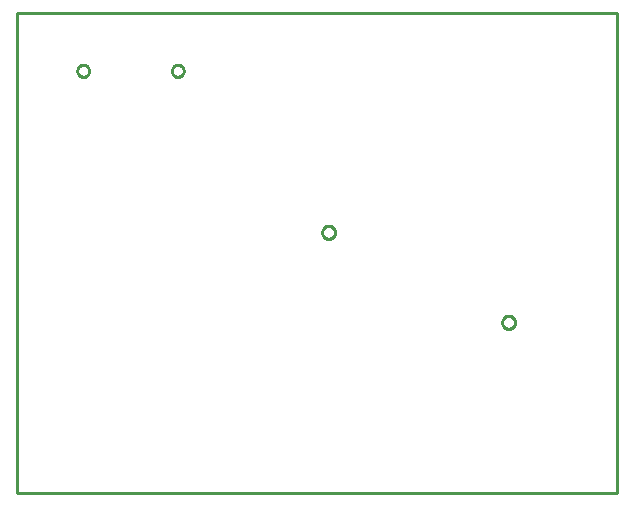
<source format=gbr>
G04 EAGLE Gerber RS-274X export*
G75*
%MOMM*%
%FSLAX34Y34*%
%LPD*%
%IN*%
%IPPOS*%
%AMOC8*
5,1,8,0,0,1.08239X$1,22.5*%
G01*
%ADD10C,0.254000*%


D10*
X0Y0D02*
X508000Y0D01*
X508000Y406400D01*
X0Y406400D01*
X0Y0D01*
X411060Y145089D02*
X411129Y145703D01*
X411267Y146305D01*
X411471Y146888D01*
X411739Y147445D01*
X412067Y147968D01*
X412453Y148451D01*
X412889Y148888D01*
X413372Y149273D01*
X413895Y149601D01*
X414452Y149869D01*
X415035Y150073D01*
X415637Y150211D01*
X416251Y150280D01*
X416869Y150280D01*
X417483Y150211D01*
X418085Y150073D01*
X418668Y149869D01*
X419225Y149601D01*
X419748Y149273D01*
X420231Y148888D01*
X420668Y148451D01*
X421053Y147968D01*
X421381Y147445D01*
X421649Y146888D01*
X421853Y146305D01*
X421991Y145703D01*
X422060Y145089D01*
X422060Y144471D01*
X421991Y143857D01*
X421853Y143255D01*
X421649Y142672D01*
X421381Y142115D01*
X421053Y141592D01*
X420668Y141109D01*
X420231Y140673D01*
X419748Y140287D01*
X419225Y139959D01*
X418668Y139691D01*
X418085Y139487D01*
X417483Y139349D01*
X416869Y139280D01*
X416251Y139280D01*
X415637Y139349D01*
X415035Y139487D01*
X414452Y139691D01*
X413895Y139959D01*
X413372Y140287D01*
X412889Y140673D01*
X412453Y141109D01*
X412067Y141592D01*
X411739Y142115D01*
X411471Y142672D01*
X411267Y143255D01*
X411129Y143857D01*
X411060Y144471D01*
X411060Y145089D01*
X258660Y221289D02*
X258729Y221903D01*
X258867Y222505D01*
X259071Y223088D01*
X259339Y223645D01*
X259667Y224168D01*
X260053Y224651D01*
X260489Y225088D01*
X260972Y225473D01*
X261495Y225801D01*
X262052Y226069D01*
X262635Y226273D01*
X263237Y226411D01*
X263851Y226480D01*
X264469Y226480D01*
X265083Y226411D01*
X265685Y226273D01*
X266268Y226069D01*
X266825Y225801D01*
X267348Y225473D01*
X267831Y225088D01*
X268268Y224651D01*
X268653Y224168D01*
X268981Y223645D01*
X269249Y223088D01*
X269453Y222505D01*
X269591Y221903D01*
X269660Y221289D01*
X269660Y220671D01*
X269591Y220057D01*
X269453Y219455D01*
X269249Y218872D01*
X268981Y218315D01*
X268653Y217792D01*
X268268Y217309D01*
X267831Y216873D01*
X267348Y216487D01*
X266825Y216159D01*
X266268Y215891D01*
X265685Y215687D01*
X265083Y215549D01*
X264469Y215480D01*
X263851Y215480D01*
X263237Y215549D01*
X262635Y215687D01*
X262052Y215891D01*
X261495Y216159D01*
X260972Y216487D01*
X260489Y216873D01*
X260053Y217309D01*
X259667Y217792D01*
X259339Y218315D01*
X259071Y218872D01*
X258867Y219455D01*
X258729Y220057D01*
X258660Y220671D01*
X258660Y221289D01*
X136747Y362730D02*
X137305Y362667D01*
X137852Y362542D01*
X138382Y362357D01*
X138888Y362113D01*
X139364Y361814D01*
X139803Y361464D01*
X140200Y361067D01*
X140550Y360628D01*
X140849Y360152D01*
X141093Y359646D01*
X141278Y359116D01*
X141403Y358569D01*
X141466Y358011D01*
X141466Y357449D01*
X141403Y356891D01*
X141278Y356344D01*
X141093Y355814D01*
X140849Y355308D01*
X140550Y354832D01*
X140200Y354393D01*
X139803Y353996D01*
X139364Y353646D01*
X138888Y353347D01*
X138382Y353103D01*
X137852Y352918D01*
X137305Y352793D01*
X136747Y352730D01*
X136185Y352730D01*
X135627Y352793D01*
X135080Y352918D01*
X134550Y353103D01*
X134044Y353347D01*
X133568Y353646D01*
X133129Y353996D01*
X132732Y354393D01*
X132382Y354832D01*
X132083Y355308D01*
X131839Y355814D01*
X131654Y356344D01*
X131529Y356891D01*
X131466Y357449D01*
X131466Y358011D01*
X131529Y358569D01*
X131654Y359116D01*
X131839Y359646D01*
X132083Y360152D01*
X132382Y360628D01*
X132732Y361067D01*
X133129Y361464D01*
X133568Y361814D01*
X134044Y362113D01*
X134550Y362357D01*
X135080Y362542D01*
X135627Y362667D01*
X136185Y362730D01*
X136747Y362730D01*
X56747Y362730D02*
X57305Y362667D01*
X57852Y362542D01*
X58382Y362357D01*
X58888Y362113D01*
X59364Y361814D01*
X59803Y361464D01*
X60200Y361067D01*
X60550Y360628D01*
X60849Y360152D01*
X61093Y359646D01*
X61278Y359116D01*
X61403Y358569D01*
X61466Y358011D01*
X61466Y357449D01*
X61403Y356891D01*
X61278Y356344D01*
X61093Y355814D01*
X60849Y355308D01*
X60550Y354832D01*
X60200Y354393D01*
X59803Y353996D01*
X59364Y353646D01*
X58888Y353347D01*
X58382Y353103D01*
X57852Y352918D01*
X57305Y352793D01*
X56747Y352730D01*
X56185Y352730D01*
X55627Y352793D01*
X55080Y352918D01*
X54550Y353103D01*
X54044Y353347D01*
X53568Y353646D01*
X53129Y353996D01*
X52732Y354393D01*
X52382Y354832D01*
X52083Y355308D01*
X51839Y355814D01*
X51654Y356344D01*
X51529Y356891D01*
X51466Y357449D01*
X51466Y358011D01*
X51529Y358569D01*
X51654Y359116D01*
X51839Y359646D01*
X52083Y360152D01*
X52382Y360628D01*
X52732Y361067D01*
X53129Y361464D01*
X53568Y361814D01*
X54044Y362113D01*
X54550Y362357D01*
X55080Y362542D01*
X55627Y362667D01*
X56185Y362730D01*
X56747Y362730D01*
M02*

</source>
